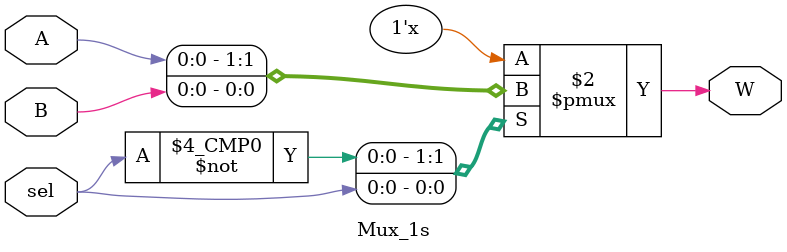
<source format=v>
module Mux_3s (A, B, C, D, E, F, G, H, sel, W);
  
  parameter WIDTH = 1;
  
  input [WIDTH - 1:0] A, B, C, D, E, F, G, H;
  input [2:0] sel;
  output reg [WIDTH - 1:0] W;
  
  always @(A, B, C, D, E, F, G, H, sel) begin
    case(sel)
      3'h0: W = A;
      3'h1: W = B;
      3'h2: W = C;
      3'h3: W = D;
      3'h4: W = E;
      3'h5: W = F;
      3'h6: W = G;
      3'h7: W = H;
      default: W = 0;
    endcase
  end
  
endmodule




module Mux_2s (A, B, C, D, sel, W);
  
  parameter WIDTH = 1;
  
  input [WIDTH - 1:0] A, B, C, D;
  input [1:0] sel;
  output reg [WIDTH - 1:0] W;
  
  always @(A, B, C, D, sel) begin
    case(sel)
      2'h0: W = A;
      2'h1: W = B;
      2'h2: W = C;
      2'h3: W = D;
      default: W = 0;
    endcase
  end
  
endmodule




module Mux_1s (A, B, sel, W);
  
  parameter WIDTH = 1;
  
  input [WIDTH - 1:0] A, B;
  input sel;
  output reg [WIDTH - 1:0] W;
  
  always @(A, B, sel) begin
    case(sel)
      1'h0: W = A;
      1'h1: W = B;
      default: W = 0;
    endcase
  end
  
endmodule
</source>
